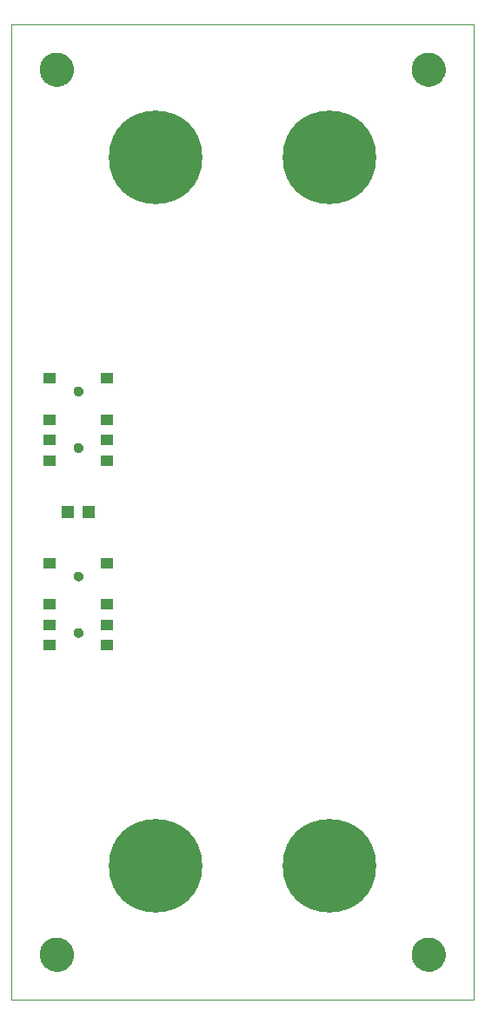
<source format=gts>
G75*
G70*
%OFA0B0*%
%FSLAX24Y24*%
%IPPOS*%
%LPD*%
%AMOC8*
5,1,8,0,0,1.08239X$1,22.5*
%
%ADD10C,0.0000*%
%ADD11C,0.1300*%
%ADD12R,0.0493X0.0434*%
%ADD13C,0.0375*%
%ADD14R,0.0512X0.0512*%
%ADD15C,0.3583*%
D10*
X000367Y000100D02*
X000367Y037502D01*
X018084Y037502D01*
X018084Y000100D01*
X000367Y000100D01*
X001470Y001832D02*
X001472Y001882D01*
X001478Y001932D01*
X001488Y001981D01*
X001502Y002029D01*
X001519Y002076D01*
X001540Y002121D01*
X001565Y002165D01*
X001593Y002206D01*
X001625Y002245D01*
X001659Y002282D01*
X001696Y002316D01*
X001736Y002346D01*
X001778Y002373D01*
X001822Y002397D01*
X001868Y002418D01*
X001915Y002434D01*
X001963Y002447D01*
X002013Y002456D01*
X002062Y002461D01*
X002113Y002462D01*
X002163Y002459D01*
X002212Y002452D01*
X002261Y002441D01*
X002309Y002426D01*
X002355Y002408D01*
X002400Y002386D01*
X002443Y002360D01*
X002484Y002331D01*
X002523Y002299D01*
X002559Y002264D01*
X002591Y002226D01*
X002621Y002186D01*
X002648Y002143D01*
X002671Y002099D01*
X002690Y002053D01*
X002706Y002005D01*
X002718Y001956D01*
X002726Y001907D01*
X002730Y001857D01*
X002730Y001807D01*
X002726Y001757D01*
X002718Y001708D01*
X002706Y001659D01*
X002690Y001611D01*
X002671Y001565D01*
X002648Y001521D01*
X002621Y001478D01*
X002591Y001438D01*
X002559Y001400D01*
X002523Y001365D01*
X002484Y001333D01*
X002443Y001304D01*
X002400Y001278D01*
X002355Y001256D01*
X002309Y001238D01*
X002261Y001223D01*
X002212Y001212D01*
X002163Y001205D01*
X002113Y001202D01*
X002062Y001203D01*
X002013Y001208D01*
X001963Y001217D01*
X001915Y001230D01*
X001868Y001246D01*
X001822Y001267D01*
X001778Y001291D01*
X001736Y001318D01*
X001696Y001348D01*
X001659Y001382D01*
X001625Y001419D01*
X001593Y001458D01*
X001565Y001499D01*
X001540Y001543D01*
X001519Y001588D01*
X001502Y001635D01*
X001488Y001683D01*
X001478Y001732D01*
X001472Y001782D01*
X001470Y001832D01*
X002759Y014175D02*
X002761Y014200D01*
X002767Y014225D01*
X002776Y014249D01*
X002789Y014271D01*
X002806Y014291D01*
X002825Y014308D01*
X002846Y014322D01*
X002870Y014332D01*
X002894Y014339D01*
X002920Y014342D01*
X002945Y014341D01*
X002970Y014336D01*
X002994Y014327D01*
X003017Y014315D01*
X003037Y014300D01*
X003055Y014281D01*
X003070Y014260D01*
X003081Y014237D01*
X003089Y014213D01*
X003093Y014188D01*
X003093Y014162D01*
X003089Y014137D01*
X003081Y014113D01*
X003070Y014090D01*
X003055Y014069D01*
X003037Y014050D01*
X003017Y014035D01*
X002994Y014023D01*
X002970Y014014D01*
X002945Y014009D01*
X002920Y014008D01*
X002894Y014011D01*
X002870Y014018D01*
X002846Y014028D01*
X002825Y014042D01*
X002806Y014059D01*
X002789Y014079D01*
X002776Y014101D01*
X002767Y014125D01*
X002761Y014150D01*
X002759Y014175D01*
X002759Y016340D02*
X002761Y016365D01*
X002767Y016390D01*
X002776Y016414D01*
X002789Y016436D01*
X002806Y016456D01*
X002825Y016473D01*
X002846Y016487D01*
X002870Y016497D01*
X002894Y016504D01*
X002920Y016507D01*
X002945Y016506D01*
X002970Y016501D01*
X002994Y016492D01*
X003017Y016480D01*
X003037Y016465D01*
X003055Y016446D01*
X003070Y016425D01*
X003081Y016402D01*
X003089Y016378D01*
X003093Y016353D01*
X003093Y016327D01*
X003089Y016302D01*
X003081Y016278D01*
X003070Y016255D01*
X003055Y016234D01*
X003037Y016215D01*
X003017Y016200D01*
X002994Y016188D01*
X002970Y016179D01*
X002945Y016174D01*
X002920Y016173D01*
X002894Y016176D01*
X002870Y016183D01*
X002846Y016193D01*
X002825Y016207D01*
X002806Y016224D01*
X002789Y016244D01*
X002776Y016266D01*
X002767Y016290D01*
X002761Y016315D01*
X002759Y016340D01*
X002759Y021261D02*
X002761Y021286D01*
X002767Y021311D01*
X002776Y021335D01*
X002789Y021357D01*
X002806Y021377D01*
X002825Y021394D01*
X002846Y021408D01*
X002870Y021418D01*
X002894Y021425D01*
X002920Y021428D01*
X002945Y021427D01*
X002970Y021422D01*
X002994Y021413D01*
X003017Y021401D01*
X003037Y021386D01*
X003055Y021367D01*
X003070Y021346D01*
X003081Y021323D01*
X003089Y021299D01*
X003093Y021274D01*
X003093Y021248D01*
X003089Y021223D01*
X003081Y021199D01*
X003070Y021176D01*
X003055Y021155D01*
X003037Y021136D01*
X003017Y021121D01*
X002994Y021109D01*
X002970Y021100D01*
X002945Y021095D01*
X002920Y021094D01*
X002894Y021097D01*
X002870Y021104D01*
X002846Y021114D01*
X002825Y021128D01*
X002806Y021145D01*
X002789Y021165D01*
X002776Y021187D01*
X002767Y021211D01*
X002761Y021236D01*
X002759Y021261D01*
X002759Y023427D02*
X002761Y023452D01*
X002767Y023477D01*
X002776Y023501D01*
X002789Y023523D01*
X002806Y023543D01*
X002825Y023560D01*
X002846Y023574D01*
X002870Y023584D01*
X002894Y023591D01*
X002920Y023594D01*
X002945Y023593D01*
X002970Y023588D01*
X002994Y023579D01*
X003017Y023567D01*
X003037Y023552D01*
X003055Y023533D01*
X003070Y023512D01*
X003081Y023489D01*
X003089Y023465D01*
X003093Y023440D01*
X003093Y023414D01*
X003089Y023389D01*
X003081Y023365D01*
X003070Y023342D01*
X003055Y023321D01*
X003037Y023302D01*
X003017Y023287D01*
X002994Y023275D01*
X002970Y023266D01*
X002945Y023261D01*
X002920Y023260D01*
X002894Y023263D01*
X002870Y023270D01*
X002846Y023280D01*
X002825Y023294D01*
X002806Y023311D01*
X002789Y023331D01*
X002776Y023353D01*
X002767Y023377D01*
X002761Y023402D01*
X002759Y023427D01*
X001470Y035769D02*
X001472Y035819D01*
X001478Y035869D01*
X001488Y035918D01*
X001502Y035966D01*
X001519Y036013D01*
X001540Y036058D01*
X001565Y036102D01*
X001593Y036143D01*
X001625Y036182D01*
X001659Y036219D01*
X001696Y036253D01*
X001736Y036283D01*
X001778Y036310D01*
X001822Y036334D01*
X001868Y036355D01*
X001915Y036371D01*
X001963Y036384D01*
X002013Y036393D01*
X002062Y036398D01*
X002113Y036399D01*
X002163Y036396D01*
X002212Y036389D01*
X002261Y036378D01*
X002309Y036363D01*
X002355Y036345D01*
X002400Y036323D01*
X002443Y036297D01*
X002484Y036268D01*
X002523Y036236D01*
X002559Y036201D01*
X002591Y036163D01*
X002621Y036123D01*
X002648Y036080D01*
X002671Y036036D01*
X002690Y035990D01*
X002706Y035942D01*
X002718Y035893D01*
X002726Y035844D01*
X002730Y035794D01*
X002730Y035744D01*
X002726Y035694D01*
X002718Y035645D01*
X002706Y035596D01*
X002690Y035548D01*
X002671Y035502D01*
X002648Y035458D01*
X002621Y035415D01*
X002591Y035375D01*
X002559Y035337D01*
X002523Y035302D01*
X002484Y035270D01*
X002443Y035241D01*
X002400Y035215D01*
X002355Y035193D01*
X002309Y035175D01*
X002261Y035160D01*
X002212Y035149D01*
X002163Y035142D01*
X002113Y035139D01*
X002062Y035140D01*
X002013Y035145D01*
X001963Y035154D01*
X001915Y035167D01*
X001868Y035183D01*
X001822Y035204D01*
X001778Y035228D01*
X001736Y035255D01*
X001696Y035285D01*
X001659Y035319D01*
X001625Y035356D01*
X001593Y035395D01*
X001565Y035436D01*
X001540Y035480D01*
X001519Y035525D01*
X001502Y035572D01*
X001488Y035620D01*
X001478Y035669D01*
X001472Y035719D01*
X001470Y035769D01*
X015722Y035769D02*
X015724Y035819D01*
X015730Y035869D01*
X015740Y035918D01*
X015754Y035966D01*
X015771Y036013D01*
X015792Y036058D01*
X015817Y036102D01*
X015845Y036143D01*
X015877Y036182D01*
X015911Y036219D01*
X015948Y036253D01*
X015988Y036283D01*
X016030Y036310D01*
X016074Y036334D01*
X016120Y036355D01*
X016167Y036371D01*
X016215Y036384D01*
X016265Y036393D01*
X016314Y036398D01*
X016365Y036399D01*
X016415Y036396D01*
X016464Y036389D01*
X016513Y036378D01*
X016561Y036363D01*
X016607Y036345D01*
X016652Y036323D01*
X016695Y036297D01*
X016736Y036268D01*
X016775Y036236D01*
X016811Y036201D01*
X016843Y036163D01*
X016873Y036123D01*
X016900Y036080D01*
X016923Y036036D01*
X016942Y035990D01*
X016958Y035942D01*
X016970Y035893D01*
X016978Y035844D01*
X016982Y035794D01*
X016982Y035744D01*
X016978Y035694D01*
X016970Y035645D01*
X016958Y035596D01*
X016942Y035548D01*
X016923Y035502D01*
X016900Y035458D01*
X016873Y035415D01*
X016843Y035375D01*
X016811Y035337D01*
X016775Y035302D01*
X016736Y035270D01*
X016695Y035241D01*
X016652Y035215D01*
X016607Y035193D01*
X016561Y035175D01*
X016513Y035160D01*
X016464Y035149D01*
X016415Y035142D01*
X016365Y035139D01*
X016314Y035140D01*
X016265Y035145D01*
X016215Y035154D01*
X016167Y035167D01*
X016120Y035183D01*
X016074Y035204D01*
X016030Y035228D01*
X015988Y035255D01*
X015948Y035285D01*
X015911Y035319D01*
X015877Y035356D01*
X015845Y035395D01*
X015817Y035436D01*
X015792Y035480D01*
X015771Y035525D01*
X015754Y035572D01*
X015740Y035620D01*
X015730Y035669D01*
X015724Y035719D01*
X015722Y035769D01*
X015722Y001832D02*
X015724Y001882D01*
X015730Y001932D01*
X015740Y001981D01*
X015754Y002029D01*
X015771Y002076D01*
X015792Y002121D01*
X015817Y002165D01*
X015845Y002206D01*
X015877Y002245D01*
X015911Y002282D01*
X015948Y002316D01*
X015988Y002346D01*
X016030Y002373D01*
X016074Y002397D01*
X016120Y002418D01*
X016167Y002434D01*
X016215Y002447D01*
X016265Y002456D01*
X016314Y002461D01*
X016365Y002462D01*
X016415Y002459D01*
X016464Y002452D01*
X016513Y002441D01*
X016561Y002426D01*
X016607Y002408D01*
X016652Y002386D01*
X016695Y002360D01*
X016736Y002331D01*
X016775Y002299D01*
X016811Y002264D01*
X016843Y002226D01*
X016873Y002186D01*
X016900Y002143D01*
X016923Y002099D01*
X016942Y002053D01*
X016958Y002005D01*
X016970Y001956D01*
X016978Y001907D01*
X016982Y001857D01*
X016982Y001807D01*
X016978Y001757D01*
X016970Y001708D01*
X016958Y001659D01*
X016942Y001611D01*
X016923Y001565D01*
X016900Y001521D01*
X016873Y001478D01*
X016843Y001438D01*
X016811Y001400D01*
X016775Y001365D01*
X016736Y001333D01*
X016695Y001304D01*
X016652Y001278D01*
X016607Y001256D01*
X016561Y001238D01*
X016513Y001223D01*
X016464Y001212D01*
X016415Y001205D01*
X016365Y001202D01*
X016314Y001203D01*
X016265Y001208D01*
X016215Y001217D01*
X016167Y001230D01*
X016120Y001246D01*
X016074Y001267D01*
X016030Y001291D01*
X015988Y001318D01*
X015948Y001348D01*
X015911Y001382D01*
X015877Y001419D01*
X015845Y001458D01*
X015817Y001499D01*
X015792Y001543D01*
X015771Y001588D01*
X015754Y001635D01*
X015740Y001683D01*
X015730Y001732D01*
X015724Y001782D01*
X015722Y001832D01*
D11*
X016352Y001832D03*
X002100Y001832D03*
X002100Y035769D03*
X016352Y035769D03*
D12*
X004039Y023919D03*
X004039Y022344D03*
X004039Y021557D03*
X004039Y020769D03*
X004039Y016832D03*
X004039Y015257D03*
X004039Y014470D03*
X004039Y013683D03*
X001814Y013683D03*
X001814Y014470D03*
X001814Y015257D03*
X001814Y016832D03*
X001814Y020769D03*
X001814Y021557D03*
X001814Y022344D03*
X001814Y023919D03*
D13*
X002926Y023427D03*
X002926Y021261D03*
X002926Y016340D03*
X002926Y014175D03*
D14*
X002513Y018801D03*
X003340Y018801D03*
D15*
X005879Y032383D03*
X012572Y032383D03*
X012572Y005218D03*
X005879Y005218D03*
M02*

</source>
